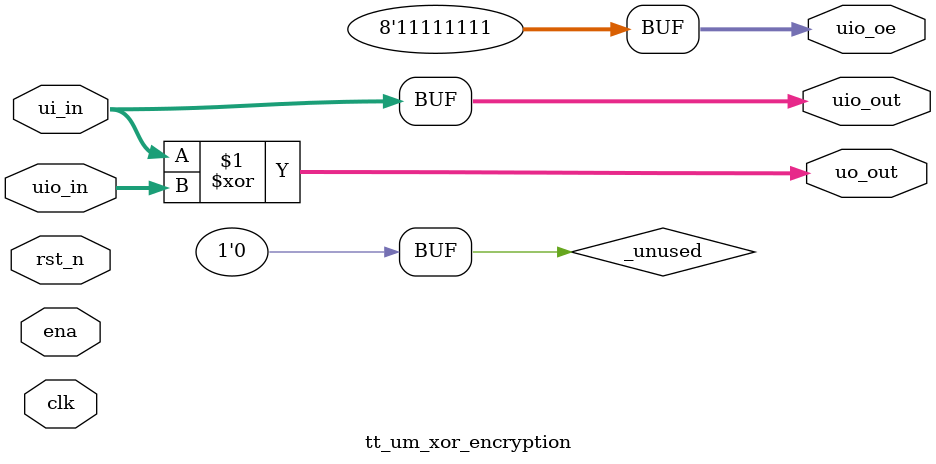
<source format=v>
/*  
 * Copyright (c) 2024 Your Name  
 * SPDX-License-Identifier: Apache-2.0  
 */  

`default_nettype none

module tt_um_xor_encryption (
    input  wire [7:0] ui_in,    // Dedicated inputs
    output wire [7:0] uo_out,   // Dedicated outputs
    input  wire [7:0] uio_in,    // IOs: Input path
    output wire [7:0] uio_out,   // IOs: Output path
    output wire [7:0] uio_oe,    // IOs: Enable path (active high: 0=input, 1=output)
    input  wire       ena,       // always 1 when the design is powered, so you can ignore it
    input  wire       clk,       // clock
    input  wire       rst_n      // reset_n - low to reset
);

  // define xor byte
  // localparam [7:0] KEY = 8'hBE;
  // localparam [7:0] KEY_HIGH = 8'hCA;

  // XOR Logic
  assign uio_oe  = 8'b11111111; // enable all uio
  assign uo_out  = ui_in ^ uio_in; // Xor ui_in with uio_in
  assign uio_out = ui_in; // but not work because enable all uio to input

  // List all unused inputs to prevent warnings
  wire _unused = &{ena, clk, rst_n, 1'b0};

endmodule

</source>
